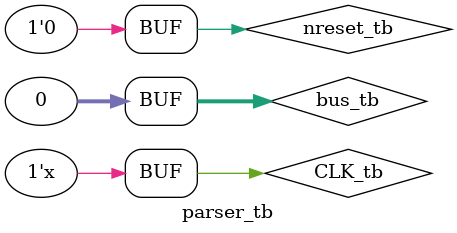
<source format=sv>
`include "packet_parser.sv"
module parser_tb();
  logic CLK_tb;
  logic nreset_tb;
  logic [31:0] bus_tb;
  logic [31:0] phs_tb;
  PacketParser dut(
    .CLK(CLK_tb),
    .bus(bus_tb),
    .nreset(nreset_tb), 
    .phs(phs_tb)
  );
  always begin
    #5;
    CLK_tb = ~CLK_tb;
  end

  initial begin
    CLK_tb = 0;
    nreset_tb = 0;
    bus_tb = 0;

    #100;
  end


endmodule
</source>
